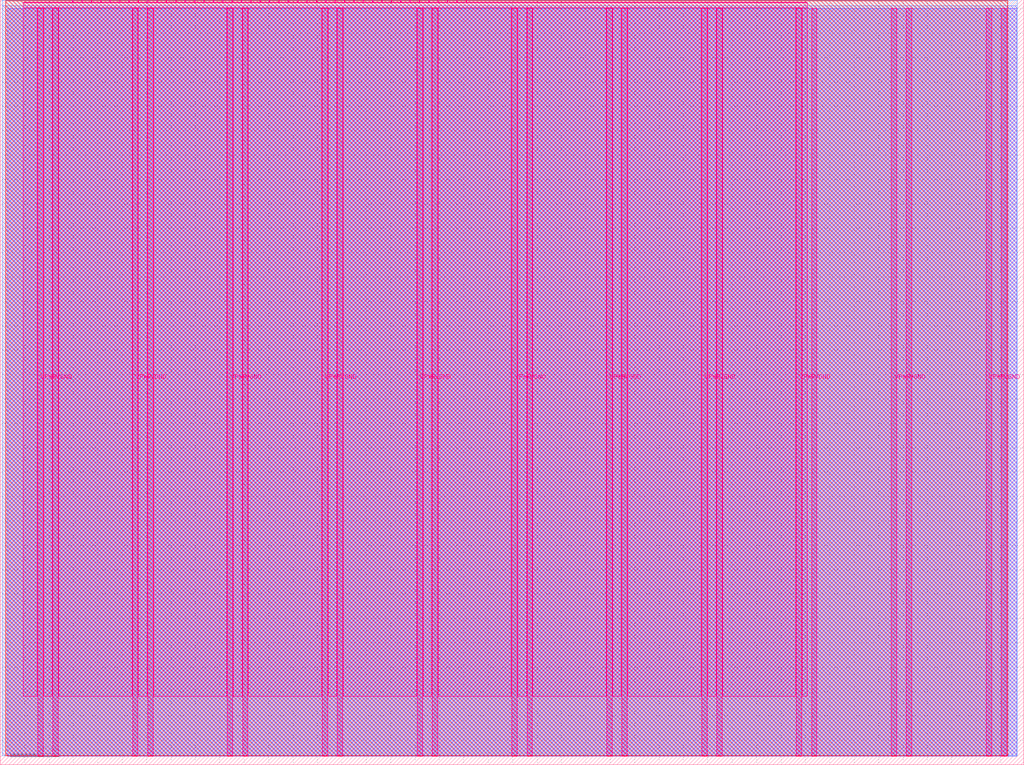
<source format=lef>
VERSION 5.7 ;
  NOWIREEXTENSIONATPIN ON ;
  DIVIDERCHAR "/" ;
  BUSBITCHARS "[]" ;
MACRO tt_um_find_the_damn_issue
  CLASS BLOCK ;
  FOREIGN tt_um_find_the_damn_issue ;
  ORIGIN 0.000 0.000 ;
  SIZE 419.520 BY 313.740 ;
  PIN VGND
    DIRECTION INOUT ;
    USE GROUND ;
    PORT
      LAYER Metal5 ;
        RECT 21.580 3.560 23.780 310.180 ;
    END
    PORT
      LAYER Metal5 ;
        RECT 60.450 3.560 62.650 310.180 ;
    END
    PORT
      LAYER Metal5 ;
        RECT 99.320 3.560 101.520 310.180 ;
    END
    PORT
      LAYER Metal5 ;
        RECT 138.190 3.560 140.390 310.180 ;
    END
    PORT
      LAYER Metal5 ;
        RECT 177.060 3.560 179.260 310.180 ;
    END
    PORT
      LAYER Metal5 ;
        RECT 215.930 3.560 218.130 310.180 ;
    END
    PORT
      LAYER Metal5 ;
        RECT 254.800 3.560 257.000 310.180 ;
    END
    PORT
      LAYER Metal5 ;
        RECT 293.670 3.560 295.870 310.180 ;
    END
    PORT
      LAYER Metal5 ;
        RECT 332.540 3.560 334.740 310.180 ;
    END
    PORT
      LAYER Metal5 ;
        RECT 371.410 3.560 373.610 310.180 ;
    END
    PORT
      LAYER Metal5 ;
        RECT 410.280 3.560 412.480 310.180 ;
    END
  END VGND
  PIN VPWR
    DIRECTION INOUT ;
    USE POWER ;
    PORT
      LAYER Metal5 ;
        RECT 15.380 3.560 17.580 310.180 ;
    END
    PORT
      LAYER Metal5 ;
        RECT 54.250 3.560 56.450 310.180 ;
    END
    PORT
      LAYER Metal5 ;
        RECT 93.120 3.560 95.320 310.180 ;
    END
    PORT
      LAYER Metal5 ;
        RECT 131.990 3.560 134.190 310.180 ;
    END
    PORT
      LAYER Metal5 ;
        RECT 170.860 3.560 173.060 310.180 ;
    END
    PORT
      LAYER Metal5 ;
        RECT 209.730 3.560 211.930 310.180 ;
    END
    PORT
      LAYER Metal5 ;
        RECT 248.600 3.560 250.800 310.180 ;
    END
    PORT
      LAYER Metal5 ;
        RECT 287.470 3.560 289.670 310.180 ;
    END
    PORT
      LAYER Metal5 ;
        RECT 326.340 3.560 328.540 310.180 ;
    END
    PORT
      LAYER Metal5 ;
        RECT 365.210 3.560 367.410 310.180 ;
    END
    PORT
      LAYER Metal5 ;
        RECT 404.080 3.560 406.280 310.180 ;
    END
  END VPWR
  PIN clk
    DIRECTION INPUT ;
    USE SIGNAL ;
    ANTENNAGATEAREA 0.426400 ;
    PORT
      LAYER Metal5 ;
        RECT 187.050 312.740 187.350 313.740 ;
    END
  END clk
  PIN ena
    DIRECTION INPUT ;
    USE SIGNAL ;
    PORT
      LAYER Metal5 ;
        RECT 190.890 312.740 191.190 313.740 ;
    END
  END ena
  PIN rst_n
    DIRECTION INPUT ;
    USE SIGNAL ;
    ANTENNAGATEAREA 0.741000 ;
    PORT
      LAYER Metal5 ;
        RECT 183.210 312.740 183.510 313.740 ;
    END
  END rst_n
  PIN ui_in[0]
    DIRECTION INPUT ;
    USE SIGNAL ;
    ANTENNAGATEAREA 0.180700 ;
    PORT
      LAYER Metal5 ;
        RECT 179.370 312.740 179.670 313.740 ;
    END
  END ui_in[0]
  PIN ui_in[1]
    DIRECTION INPUT ;
    USE SIGNAL ;
    ANTENNAGATEAREA 0.180700 ;
    PORT
      LAYER Metal5 ;
        RECT 175.530 312.740 175.830 313.740 ;
    END
  END ui_in[1]
  PIN ui_in[2]
    DIRECTION INPUT ;
    USE SIGNAL ;
    ANTENNAGATEAREA 0.180700 ;
    PORT
      LAYER Metal5 ;
        RECT 171.690 312.740 171.990 313.740 ;
    END
  END ui_in[2]
  PIN ui_in[3]
    DIRECTION INPUT ;
    USE SIGNAL ;
    ANTENNAGATEAREA 0.180700 ;
    PORT
      LAYER Metal5 ;
        RECT 167.850 312.740 168.150 313.740 ;
    END
  END ui_in[3]
  PIN ui_in[4]
    DIRECTION INPUT ;
    USE SIGNAL ;
    ANTENNAGATEAREA 0.180700 ;
    PORT
      LAYER Metal5 ;
        RECT 164.010 312.740 164.310 313.740 ;
    END
  END ui_in[4]
  PIN ui_in[5]
    DIRECTION INPUT ;
    USE SIGNAL ;
    ANTENNAGATEAREA 0.180700 ;
    PORT
      LAYER Metal5 ;
        RECT 160.170 312.740 160.470 313.740 ;
    END
  END ui_in[5]
  PIN ui_in[6]
    DIRECTION INPUT ;
    USE SIGNAL ;
    ANTENNAGATEAREA 0.180700 ;
    PORT
      LAYER Metal5 ;
        RECT 156.330 312.740 156.630 313.740 ;
    END
  END ui_in[6]
  PIN ui_in[7]
    DIRECTION INPUT ;
    USE SIGNAL ;
    ANTENNAGATEAREA 0.180700 ;
    PORT
      LAYER Metal5 ;
        RECT 152.490 312.740 152.790 313.740 ;
    END
  END ui_in[7]
  PIN uio_in[0]
    DIRECTION INPUT ;
    USE SIGNAL ;
    ANTENNAGATEAREA 0.180700 ;
    PORT
      LAYER Metal5 ;
        RECT 148.650 312.740 148.950 313.740 ;
    END
  END uio_in[0]
  PIN uio_in[1]
    DIRECTION INPUT ;
    USE SIGNAL ;
    ANTENNAGATEAREA 0.180700 ;
    PORT
      LAYER Metal5 ;
        RECT 144.810 312.740 145.110 313.740 ;
    END
  END uio_in[1]
  PIN uio_in[2]
    DIRECTION INPUT ;
    USE SIGNAL ;
    ANTENNAGATEAREA 0.314600 ;
    PORT
      LAYER Metal5 ;
        RECT 140.970 312.740 141.270 313.740 ;
    END
  END uio_in[2]
  PIN uio_in[3]
    DIRECTION INPUT ;
    USE SIGNAL ;
    ANTENNAGATEAREA 0.213200 ;
    PORT
      LAYER Metal5 ;
        RECT 137.130 312.740 137.430 313.740 ;
    END
  END uio_in[3]
  PIN uio_in[4]
    DIRECTION INPUT ;
    USE SIGNAL ;
    ANTENNAGATEAREA 0.180700 ;
    PORT
      LAYER Metal5 ;
        RECT 133.290 312.740 133.590 313.740 ;
    END
  END uio_in[4]
  PIN uio_in[5]
    DIRECTION INPUT ;
    USE SIGNAL ;
    ANTENNAGATEAREA 0.213200 ;
    PORT
      LAYER Metal5 ;
        RECT 129.450 312.740 129.750 313.740 ;
    END
  END uio_in[5]
  PIN uio_in[6]
    DIRECTION INPUT ;
    USE SIGNAL ;
    ANTENNAGATEAREA 0.180700 ;
    PORT
      LAYER Metal5 ;
        RECT 125.610 312.740 125.910 313.740 ;
    END
  END uio_in[6]
  PIN uio_in[7]
    DIRECTION INPUT ;
    USE SIGNAL ;
    ANTENNAGATEAREA 0.180700 ;
    PORT
      LAYER Metal5 ;
        RECT 121.770 312.740 122.070 313.740 ;
    END
  END uio_in[7]
  PIN uio_oe[0]
    DIRECTION OUTPUT ;
    USE SIGNAL ;
    ANTENNADIFFAREA 0.988000 ;
    PORT
      LAYER Metal5 ;
        RECT 56.490 312.740 56.790 313.740 ;
    END
  END uio_oe[0]
  PIN uio_oe[1]
    DIRECTION OUTPUT ;
    USE SIGNAL ;
    ANTENNADIFFAREA 0.615900 ;
    PORT
      LAYER Metal5 ;
        RECT 52.650 312.740 52.950 313.740 ;
    END
  END uio_oe[1]
  PIN uio_oe[2]
    DIRECTION OUTPUT ;
    USE SIGNAL ;
    ANTENNADIFFAREA 0.988000 ;
    PORT
      LAYER Metal5 ;
        RECT 48.810 312.740 49.110 313.740 ;
    END
  END uio_oe[2]
  PIN uio_oe[3]
    DIRECTION OUTPUT ;
    USE SIGNAL ;
    ANTENNADIFFAREA 0.988000 ;
    PORT
      LAYER Metal5 ;
        RECT 44.970 312.740 45.270 313.740 ;
    END
  END uio_oe[3]
  PIN uio_oe[4]
    DIRECTION OUTPUT ;
    USE SIGNAL ;
    ANTENNADIFFAREA 0.988000 ;
    PORT
      LAYER Metal5 ;
        RECT 41.130 312.740 41.430 313.740 ;
    END
  END uio_oe[4]
  PIN uio_oe[5]
    DIRECTION OUTPUT ;
    USE SIGNAL ;
    ANTENNADIFFAREA 0.988000 ;
    PORT
      LAYER Metal5 ;
        RECT 37.290 312.740 37.590 313.740 ;
    END
  END uio_oe[5]
  PIN uio_oe[6]
    DIRECTION OUTPUT ;
    USE SIGNAL ;
    ANTENNADIFFAREA 0.706800 ;
    PORT
      LAYER Metal5 ;
        RECT 33.450 312.740 33.750 313.740 ;
    END
  END uio_oe[6]
  PIN uio_oe[7]
    DIRECTION OUTPUT ;
    USE SIGNAL ;
    ANTENNADIFFAREA 0.706800 ;
    PORT
      LAYER Metal5 ;
        RECT 29.610 312.740 29.910 313.740 ;
    END
  END uio_oe[7]
  PIN uio_out[0]
    DIRECTION OUTPUT ;
    USE SIGNAL ;
    ANTENNADIFFAREA 0.654800 ;
    PORT
      LAYER Metal5 ;
        RECT 87.210 312.740 87.510 313.740 ;
    END
  END uio_out[0]
  PIN uio_out[1]
    DIRECTION OUTPUT ;
    USE SIGNAL ;
    ANTENNADIFFAREA 0.677200 ;
    PORT
      LAYER Metal5 ;
        RECT 83.370 312.740 83.670 313.740 ;
    END
  END uio_out[1]
  PIN uio_out[2]
    DIRECTION OUTPUT ;
    USE SIGNAL ;
    ANTENNADIFFAREA 0.654800 ;
    PORT
      LAYER Metal5 ;
        RECT 79.530 312.740 79.830 313.740 ;
    END
  END uio_out[2]
  PIN uio_out[3]
    DIRECTION OUTPUT ;
    USE SIGNAL ;
    ANTENNADIFFAREA 0.654800 ;
    PORT
      LAYER Metal5 ;
        RECT 75.690 312.740 75.990 313.740 ;
    END
  END uio_out[3]
  PIN uio_out[4]
    DIRECTION OUTPUT ;
    USE SIGNAL ;
    ANTENNADIFFAREA 0.654800 ;
    PORT
      LAYER Metal5 ;
        RECT 71.850 312.740 72.150 313.740 ;
    END
  END uio_out[4]
  PIN uio_out[5]
    DIRECTION OUTPUT ;
    USE SIGNAL ;
    ANTENNADIFFAREA 0.654800 ;
    PORT
      LAYER Metal5 ;
        RECT 68.010 312.740 68.310 313.740 ;
    END
  END uio_out[5]
  PIN uio_out[6]
    DIRECTION OUTPUT ;
    USE SIGNAL ;
    ANTENNADIFFAREA 0.706800 ;
    PORT
      LAYER Metal5 ;
        RECT 64.170 312.740 64.470 313.740 ;
    END
  END uio_out[6]
  PIN uio_out[7]
    DIRECTION OUTPUT ;
    USE SIGNAL ;
    ANTENNADIFFAREA 0.706800 ;
    PORT
      LAYER Metal5 ;
        RECT 60.330 312.740 60.630 313.740 ;
    END
  END uio_out[7]
  PIN uo_out[0]
    DIRECTION OUTPUT ;
    USE SIGNAL ;
    ANTENNADIFFAREA 1.023000 ;
    PORT
      LAYER Metal5 ;
        RECT 117.930 312.740 118.230 313.740 ;
    END
  END uo_out[0]
  PIN uo_out[1]
    DIRECTION OUTPUT ;
    USE SIGNAL ;
    ANTENNADIFFAREA 1.023000 ;
    PORT
      LAYER Metal5 ;
        RECT 114.090 312.740 114.390 313.740 ;
    END
  END uo_out[1]
  PIN uo_out[2]
    DIRECTION OUTPUT ;
    USE SIGNAL ;
    ANTENNADIFFAREA 0.654800 ;
    PORT
      LAYER Metal5 ;
        RECT 110.250 312.740 110.550 313.740 ;
    END
  END uo_out[2]
  PIN uo_out[3]
    DIRECTION OUTPUT ;
    USE SIGNAL ;
    ANTENNADIFFAREA 0.654800 ;
    PORT
      LAYER Metal5 ;
        RECT 106.410 312.740 106.710 313.740 ;
    END
  END uo_out[3]
  PIN uo_out[4]
    DIRECTION OUTPUT ;
    USE SIGNAL ;
    ANTENNADIFFAREA 0.654800 ;
    PORT
      LAYER Metal5 ;
        RECT 102.570 312.740 102.870 313.740 ;
    END
  END uo_out[4]
  PIN uo_out[5]
    DIRECTION OUTPUT ;
    USE SIGNAL ;
    ANTENNADIFFAREA 0.654800 ;
    PORT
      LAYER Metal5 ;
        RECT 98.730 312.740 99.030 313.740 ;
    END
  END uo_out[5]
  PIN uo_out[6]
    DIRECTION OUTPUT ;
    USE SIGNAL ;
    ANTENNADIFFAREA 0.654800 ;
    PORT
      LAYER Metal5 ;
        RECT 94.890 312.740 95.190 313.740 ;
    END
  END uo_out[6]
  PIN uo_out[7]
    DIRECTION OUTPUT ;
    USE SIGNAL ;
    ANTENNADIFFAREA 0.654800 ;
    PORT
      LAYER Metal5 ;
        RECT 91.050 312.740 91.350 313.740 ;
    END
  END uo_out[7]
  OBS
      LAYER GatPoly ;
        RECT 2.880 3.630 416.640 310.110 ;
      LAYER Metal1 ;
        RECT 2.880 3.560 416.640 310.180 ;
      LAYER Metal2 ;
        RECT 0.815 3.680 416.785 311.320 ;
      LAYER Metal3 ;
        RECT 0.860 3.635 416.740 313.465 ;
      LAYER Metal4 ;
        RECT 2.255 3.680 412.945 313.420 ;
      LAYER Metal5 ;
        RECT 9.500 312.530 29.400 312.740 ;
        RECT 30.120 312.530 33.240 312.740 ;
        RECT 33.960 312.530 37.080 312.740 ;
        RECT 37.800 312.530 40.920 312.740 ;
        RECT 41.640 312.530 44.760 312.740 ;
        RECT 45.480 312.530 48.600 312.740 ;
        RECT 49.320 312.530 52.440 312.740 ;
        RECT 53.160 312.530 56.280 312.740 ;
        RECT 57.000 312.530 60.120 312.740 ;
        RECT 60.840 312.530 63.960 312.740 ;
        RECT 64.680 312.530 67.800 312.740 ;
        RECT 68.520 312.530 71.640 312.740 ;
        RECT 72.360 312.530 75.480 312.740 ;
        RECT 76.200 312.530 79.320 312.740 ;
        RECT 80.040 312.530 83.160 312.740 ;
        RECT 83.880 312.530 87.000 312.740 ;
        RECT 87.720 312.530 90.840 312.740 ;
        RECT 91.560 312.530 94.680 312.740 ;
        RECT 95.400 312.530 98.520 312.740 ;
        RECT 99.240 312.530 102.360 312.740 ;
        RECT 103.080 312.530 106.200 312.740 ;
        RECT 106.920 312.530 110.040 312.740 ;
        RECT 110.760 312.530 113.880 312.740 ;
        RECT 114.600 312.530 117.720 312.740 ;
        RECT 118.440 312.530 121.560 312.740 ;
        RECT 122.280 312.530 125.400 312.740 ;
        RECT 126.120 312.530 129.240 312.740 ;
        RECT 129.960 312.530 133.080 312.740 ;
        RECT 133.800 312.530 136.920 312.740 ;
        RECT 137.640 312.530 140.760 312.740 ;
        RECT 141.480 312.530 144.600 312.740 ;
        RECT 145.320 312.530 148.440 312.740 ;
        RECT 149.160 312.530 152.280 312.740 ;
        RECT 153.000 312.530 156.120 312.740 ;
        RECT 156.840 312.530 159.960 312.740 ;
        RECT 160.680 312.530 163.800 312.740 ;
        RECT 164.520 312.530 167.640 312.740 ;
        RECT 168.360 312.530 171.480 312.740 ;
        RECT 172.200 312.530 175.320 312.740 ;
        RECT 176.040 312.530 179.160 312.740 ;
        RECT 179.880 312.530 183.000 312.740 ;
        RECT 183.720 312.530 186.840 312.740 ;
        RECT 187.560 312.530 190.680 312.740 ;
        RECT 191.400 312.530 330.820 312.740 ;
        RECT 9.500 310.390 330.820 312.530 ;
        RECT 9.500 27.995 15.170 310.390 ;
        RECT 17.790 27.995 21.370 310.390 ;
        RECT 23.990 27.995 54.040 310.390 ;
        RECT 56.660 27.995 60.240 310.390 ;
        RECT 62.860 27.995 92.910 310.390 ;
        RECT 95.530 27.995 99.110 310.390 ;
        RECT 101.730 27.995 131.780 310.390 ;
        RECT 134.400 27.995 137.980 310.390 ;
        RECT 140.600 27.995 170.650 310.390 ;
        RECT 173.270 27.995 176.850 310.390 ;
        RECT 179.470 27.995 209.520 310.390 ;
        RECT 212.140 27.995 215.720 310.390 ;
        RECT 218.340 27.995 248.390 310.390 ;
        RECT 251.010 27.995 254.590 310.390 ;
        RECT 257.210 27.995 287.260 310.390 ;
        RECT 289.880 27.995 293.460 310.390 ;
        RECT 296.080 27.995 326.130 310.390 ;
        RECT 328.750 27.995 330.820 310.390 ;
  END
END tt_um_find_the_damn_issue
END LIBRARY


</source>
